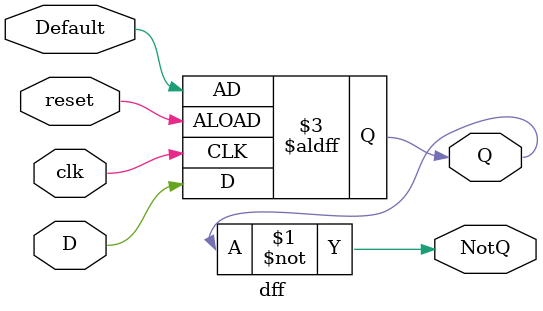
<source format=v>
module dff(
    input Default,
    input D,
    input clk,
    input reset,
    output reg Q,
    output NotQ
);

    assign NotQ = ~Q;

//    initial begin
//        Q <= Default;
//    end

    always @(posedge clk, posedge reset) begin
        if (reset)
            Q <= Default;
        else
            Q <= D;
    end

endmodule
</source>
